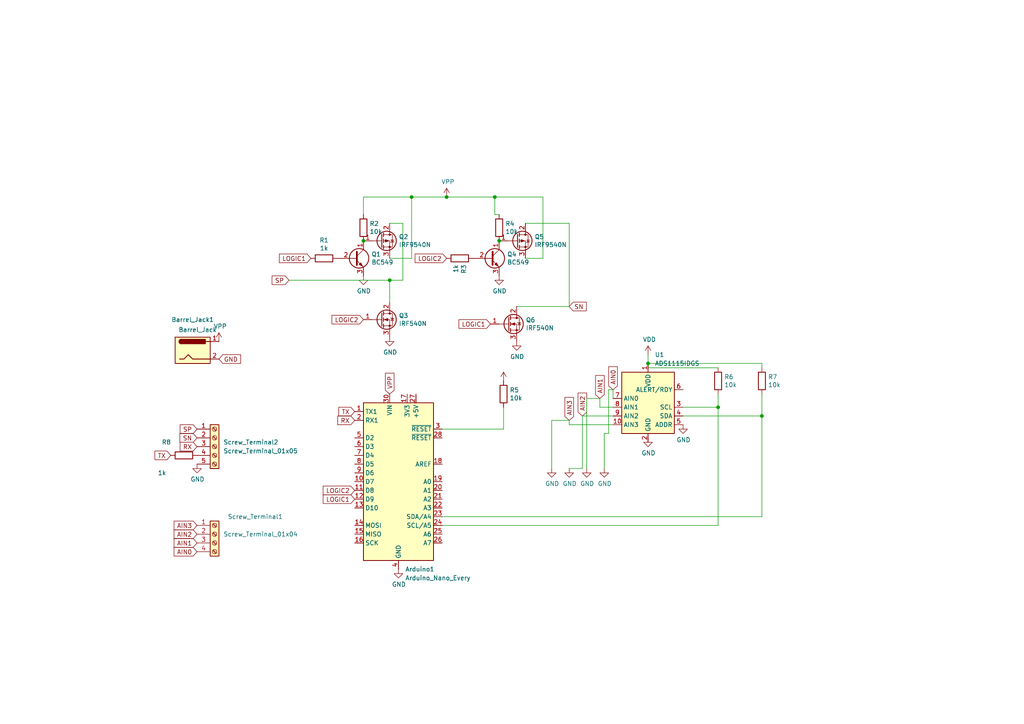
<source format=kicad_sch>
(kicad_sch (version 20230121) (generator eeschema)
  (paper "A4")
  (lib_symbols
    (symbol "ADS1115IDGS_1"
      (property "Reference" "U1" (at 1.9559 15.24 0))
      (property "Value" "ADS1115IDGS" (at 1.9559 12.7 0))
      (symbol "ADS1115IDGS_1_0_1"
        (rectangle (start -7.62 10.16) (end 7.62 -7.62) (stroke (width 0.254)) (fill (type background)))
      )
      (symbol "ADS1115IDGS_1_1_1"
        (pin power_in line (at 0 12.7 270) (length 2.54) (name "VDD") (number "1"))
        (pin input line (at -10.16 -5.08 0) (length 2.54) (name "AIN3") (number "10"))
        (pin power_in line (at 0 -10.16 90) (length 2.54) (name "GND") (number "2"))
        (pin input line (at 10.16 0 180) (length 2.54) (name "SCL") (number "3"))
        (pin bidirectional line (at 10.16 -2.54 180) (length 2.54) (name "SDA") (number "4"))
        (pin input line (at 10.16 -5.08 180) (length 2.54) (name "ADDR") (number "5"))
        (pin output line (at 10.16 5.08 180) (length 2.54) (name "ALERT/RDY") (number "6"))
        (pin input line (at -10.16 2.54 0) (length 2.54) (name "AIN0") (number "7"))
        (pin input line (at -10.16 0 0) (length 2.54) (name "AIN1") (number "8"))
        (pin input line (at -10.16 -2.54 0) (length 2.54) (name "AIN2") (number "9"))
      )
    )
    (symbol "Connector:Barrel_Jack" (pin_names (offset 1.016))
      (property "Reference" "J" (at 0 5.334 0))
      (property "Value" "Barrel_Jack" (at 0 -5.08 0))
      (symbol "Barrel_Jack_0_1"
        (rectangle (start -5.08 3.81) (end 5.08 -3.81) (stroke (width 0.254)) (fill (type background)))
        (arc (start -3.302 3.175) (mid -3.9343 2.54) (end -3.302 1.905) (stroke (width 0.254)))
        (arc (start -3.302 3.175) (mid -3.9343 2.54) (end -3.302 1.905) (stroke (width 0.254)) (fill (type outline)))
        (polyline (pts (xy 5.08 2.54) (xy 3.81 2.54)) (stroke (width 0.254)))
        (polyline (pts (xy -3.81 -2.54) (xy -2.54 -2.54) (xy -1.27 -1.27) (xy 0 -2.54) (xy 2.54 -2.54) (xy 5.08 -2.54)) (stroke (width 0.254)))
        (rectangle (start 3.683 3.175) (end -3.302 1.905) (stroke (width 0.254)) (fill (type outline)))
      )
      (symbol "Barrel_Jack_1_1"
        (pin passive line (at 7.62 2.54 180) (length 2.54) (name "~") (number "1"))
        (pin passive line (at 7.62 -2.54 180) (length 2.54) (name "~") (number "2"))
      )
    )
    (symbol "Connector:Screw_Terminal_01x04" (pin_names (offset 1.016) hide)
      (property "Reference" "J" (at 0 5.08 0))
      (property "Value" "Screw_Terminal_01x04" (at 0 -7.62 0))
      (symbol "Screw_Terminal_01x04_1_1"
        (rectangle (start -1.27 3.81) (end 1.27 -6.35) (stroke (width 0.254)) (fill (type background)))
        (circle (center 0 -5.08) (radius 0.635) (stroke (width 0.1524)))
        (circle (center 0 -2.54) (radius 0.635) (stroke (width 0.1524)))
        (polyline (pts (xy -0.5334 -4.7498) (xy 0.3302 -5.588)) (stroke (width 0.1524)))
        (polyline (pts (xy -0.5334 -2.2098) (xy 0.3302 -3.048)) (stroke (width 0.1524)))
        (polyline (pts (xy -0.5334 0.3302) (xy 0.3302 -0.508)) (stroke (width 0.1524)))
        (polyline (pts (xy -0.5334 2.8702) (xy 0.3302 2.032)) (stroke (width 0.1524)))
        (polyline (pts (xy -0.3556 -4.572) (xy 0.508 -5.4102)) (stroke (width 0.1524)))
        (polyline (pts (xy -0.3556 -2.032) (xy 0.508 -2.8702)) (stroke (width 0.1524)))
        (polyline (pts (xy -0.3556 0.508) (xy 0.508 -0.3302)) (stroke (width 0.1524)))
        (polyline (pts (xy -0.3556 3.048) (xy 0.508 2.2098)) (stroke (width 0.1524)))
        (circle (center 0 0) (radius 0.635) (stroke (width 0.1524)))
        (circle (center 0 2.54) (radius 0.635) (stroke (width 0.1524)))
        (pin passive line (at -5.08 2.54 0) (length 3.81) (name "Pin_1") (number "1"))
        (pin passive line (at -5.08 0 0) (length 3.81) (name "Pin_2") (number "2"))
        (pin passive line (at -5.08 -2.54 0) (length 3.81) (name "Pin_3") (number "3"))
        (pin passive line (at -5.08 -5.08 0) (length 3.81) (name "Pin_4") (number "4"))
      )
    )
    (symbol "Connector:Screw_Terminal_01x05" (pin_names (offset 1.016) hide)
      (property "Reference" "J" (at 0 7.62 0))
      (property "Value" "Screw_Terminal_01x05" (at 0 -7.62 0))
      (symbol "Screw_Terminal_01x05_1_1"
        (rectangle (start -1.27 6.35) (end 1.27 -6.35) (stroke (width 0.254)) (fill (type background)))
        (circle (center 0 -5.08) (radius 0.635) (stroke (width 0.1524)))
        (circle (center 0 -2.54) (radius 0.635) (stroke (width 0.1524)))
        (polyline (pts (xy -0.5334 -4.7498) (xy 0.3302 -5.588)) (stroke (width 0.1524)))
        (polyline (pts (xy -0.5334 -2.2098) (xy 0.3302 -3.048)) (stroke (width 0.1524)))
        (polyline (pts (xy -0.5334 0.3302) (xy 0.3302 -0.508)) (stroke (width 0.1524)))
        (polyline (pts (xy -0.5334 2.8702) (xy 0.3302 2.032)) (stroke (width 0.1524)))
        (polyline (pts (xy -0.5334 5.4102) (xy 0.3302 4.572)) (stroke (width 0.1524)))
        (polyline (pts (xy -0.3556 -4.572) (xy 0.508 -5.4102)) (stroke (width 0.1524)))
        (polyline (pts (xy -0.3556 -2.032) (xy 0.508 -2.8702)) (stroke (width 0.1524)))
        (polyline (pts (xy -0.3556 0.508) (xy 0.508 -0.3302)) (stroke (width 0.1524)))
        (polyline (pts (xy -0.3556 3.048) (xy 0.508 2.2098)) (stroke (width 0.1524)))
        (polyline (pts (xy -0.3556 5.588) (xy 0.508 4.7498)) (stroke (width 0.1524)))
        (circle (center 0 0) (radius 0.635) (stroke (width 0.1524)))
        (circle (center 0 2.54) (radius 0.635) (stroke (width 0.1524)))
        (circle (center 0 5.08) (radius 0.635) (stroke (width 0.1524)))
        (pin passive line (at -5.08 5.08 0) (length 3.81) (name "Pin_1") (number "1"))
        (pin passive line (at -5.08 2.54 0) (length 3.81) (name "Pin_2") (number "2"))
        (pin passive line (at -5.08 0 0) (length 3.81) (name "Pin_3") (number "3"))
        (pin passive line (at -5.08 -2.54 0) (length 3.81) (name "Pin_4") (number "4"))
        (pin passive line (at -5.08 -5.08 0) (length 3.81) (name "Pin_5") (number "5"))
      )
    )
    (symbol "Device:R" (pin_numbers hide) (pin_names (offset 0))
      (property "Reference" "R" (at 2.032 0 90))
      (property "Value" "R" (at 0 0 90))
      (symbol "R_0_1"
        (rectangle (start -1.016 -2.54) (end 1.016 2.54) (stroke (width 0.254)))
      )
      (symbol "R_1_1"
        (pin passive line (at 0 3.81 270) (length 1.27) (name "~") (number "1"))
        (pin passive line (at 0 -3.81 90) (length 1.27) (name "~") (number "2"))
      )
    )
    (symbol "MCU_Module:Arduino_Nano_Every"
      (property "Reference" "A" (at -10.16 23.495 0))
      (property "Value" "Arduino_Nano_Every" (at 5.08 -24.13 0))
      (symbol "Arduino_Nano_Every_0_1"
        (rectangle (start -10.16 22.86) (end 10.16 -22.86) (stroke (width 0.254)) (fill (type background)))
      )
      (symbol "Arduino_Nano_Every_1_1"
        (pin bidirectional line (at -12.7 20.32 0) (length 2.54) (name "TX1") (number "1"))
        (pin bidirectional line (at -12.7 0 0) (length 2.54) (name "D7") (number "10"))
        (pin bidirectional line (at -12.7 -2.54 0) (length 2.54) (name "D8") (number "11"))
        (pin bidirectional line (at -12.7 -5.08 0) (length 2.54) (name "D9") (number "12"))
        (pin bidirectional line (at -12.7 -7.62 0) (length 2.54) (name "D10") (number "13"))
        (pin bidirectional line (at -12.7 -12.7 0) (length 2.54) (name "MOSI") (number "14"))
        (pin bidirectional line (at -12.7 -15.24 0) (length 2.54) (name "MISO") (number "15"))
        (pin bidirectional line (at -12.7 -17.78 0) (length 2.54) (name "SCK") (number "16"))
        (pin power_out line (at 2.54 25.4 270) (length 2.54) (name "3V3") (number "17"))
        (pin input line (at 12.7 5.08 180) (length 2.54) (name "AREF") (number "18"))
        (pin bidirectional line (at 12.7 0 180) (length 2.54) (name "A0") (number "19"))
        (pin bidirectional line (at -12.7 17.78 0) (length 2.54) (name "RX1") (number "2"))
        (pin bidirectional line (at 12.7 -2.54 180) (length 2.54) (name "A1") (number "20"))
        (pin bidirectional line (at 12.7 -5.08 180) (length 2.54) (name "A2") (number "21"))
        (pin bidirectional line (at 12.7 -7.62 180) (length 2.54) (name "A3") (number "22"))
        (pin bidirectional line (at 12.7 -10.16 180) (length 2.54) (name "SDA/A4") (number "23"))
        (pin bidirectional line (at 12.7 -12.7 180) (length 2.54) (name "SCL/A5") (number "24"))
        (pin bidirectional line (at 12.7 -15.24 180) (length 2.54) (name "A6") (number "25"))
        (pin bidirectional line (at 12.7 -17.78 180) (length 2.54) (name "A7") (number "26"))
        (pin power_out line (at 5.08 25.4 270) (length 2.54) (name "+5V") (number "27"))
        (pin input line (at 12.7 12.7 180) (length 2.54) (name "~{RESET}") (number "28"))
        (pin passive line (at 0 -25.4 90) (length 2.54) hide (name "GND") (number "29"))
        (pin input line (at 12.7 15.24 180) (length 2.54) (name "~{RESET}") (number "3"))
        (pin power_in line (at -2.54 25.4 270) (length 2.54) (name "VIN") (number "30"))
        (pin power_in line (at 0 -25.4 90) (length 2.54) (name "GND") (number "4"))
        (pin bidirectional line (at -12.7 12.7 0) (length 2.54) (name "D2") (number "5"))
        (pin bidirectional line (at -12.7 10.16 0) (length 2.54) (name "D3") (number "6"))
        (pin bidirectional line (at -12.7 7.62 0) (length 2.54) (name "D4") (number "7"))
        (pin bidirectional line (at -12.7 5.08 0) (length 2.54) (name "D5") (number "8"))
        (pin bidirectional line (at -12.7 2.54 0) (length 2.54) (name "D6") (number "9"))
      )
    )
    (symbol "Transistor_BJT:BC549" (pin_names (offset 0) hide)
      (property "Reference" "Q" (at 5.08 1.905 0))
      (property "Value" "BC549" (at 5.08 0 0))
      (symbol "BC549_0_1"
        (polyline (pts (xy 0 0) (xy 0.635 0)))
        (polyline (pts (xy 0.635 0.635) (xy 2.54 2.54)))
        (polyline (pts (xy 0.635 -0.635) (xy 2.54 -2.54) (xy 2.54 -2.54)))
        (polyline (pts (xy 0.635 1.905) (xy 0.635 -1.905) (xy 0.635 -1.905)) (stroke (width 0.508)))
        (polyline (pts (xy 1.27 -1.778) (xy 1.778 -1.27) (xy 2.286 -2.286) (xy 1.27 -1.778) (xy 1.27 -1.778)) (fill (type outline)))
        (circle (center 1.27 0) (radius 2.8194) (stroke (width 0.254)))
      )
      (symbol "BC549_1_1"
        (pin passive line (at 2.54 5.08 270) (length 2.54) (name "C") (number "1"))
        (pin input line (at -5.08 0 0) (length 5.08) (name "B") (number "2"))
        (pin passive line (at 2.54 -5.08 90) (length 2.54) (name "E") (number "3"))
      )
    )
    (symbol "Transistor_FET:IRF540N" (pin_names hide)
      (property "Reference" "Q" (at 6.35 1.905 0))
      (property "Value" "IRF540N" (at 6.35 0 0))
      (symbol "IRF540N_0_1"
        (polyline (pts (xy 0.254 0) (xy -2.54 0)))
        (polyline (pts (xy 0.254 1.905) (xy 0.254 -1.905)) (stroke (width 0.254)))
        (polyline (pts (xy 0.762 -1.27) (xy 0.762 -2.286)) (stroke (width 0.254)))
        (polyline (pts (xy 0.762 0.508) (xy 0.762 -0.508)) (stroke (width 0.254)))
        (polyline (pts (xy 0.762 2.286) (xy 0.762 1.27)) (stroke (width 0.254)))
        (polyline (pts (xy 2.54 2.54) (xy 2.54 1.778)))
        (polyline (pts (xy 2.54 -2.54) (xy 2.54 0) (xy 0.762 0)))
        (polyline (pts (xy 0.762 -1.778) (xy 3.302 -1.778) (xy 3.302 1.778) (xy 0.762 1.778)))
        (polyline (pts (xy 1.016 0) (xy 2.032 0.381) (xy 2.032 -0.381) (xy 1.016 0)) (fill (type outline)))
        (polyline (pts (xy 2.794 0.508) (xy 2.921 0.381) (xy 3.683 0.381) (xy 3.81 0.254)))
        (polyline (pts (xy 3.302 0.381) (xy 2.921 -0.254) (xy 3.683 -0.254) (xy 3.302 0.381)))
        (circle (center 1.651 0) (radius 2.794) (stroke (width 0.254)))
        (circle (center 2.54 -1.778) (radius 0.254) (fill (type outline)))
        (circle (center 2.54 1.778) (radius 0.254) (fill (type outline)))
      )
      (symbol "IRF540N_1_1"
        (pin input line (at -5.08 0 0) (length 2.54) (name "G") (number "1"))
        (pin passive line (at 2.54 5.08 270) (length 2.54) (name "D") (number "2"))
        (pin passive line (at 2.54 -5.08 90) (length 2.54) (name "S") (number "3"))
      )
    )
    (symbol "Transistor_FET:IRF9540N" (pin_names hide)
      (property "Reference" "Q" (at 5.08 1.905 0))
      (property "Value" "IRF9540N" (at 5.08 0 0))
      (symbol "IRF9540N_0_1"
        (polyline (pts (xy 0.254 0) (xy -2.54 0)))
        (polyline (pts (xy 0.254 1.905) (xy 0.254 -1.905)) (stroke (width 0.254)))
        (polyline (pts (xy 0.762 -1.27) (xy 0.762 -2.286)) (stroke (width 0.254)))
        (polyline (pts (xy 0.762 0.508) (xy 0.762 -0.508)) (stroke (width 0.254)))
        (polyline (pts (xy 0.762 2.286) (xy 0.762 1.27)) (stroke (width 0.254)))
        (polyline (pts (xy 2.54 2.54) (xy 2.54 1.778)))
        (polyline (pts (xy 2.54 -2.54) (xy 2.54 0) (xy 0.762 0)))
        (polyline (pts (xy 0.762 1.778) (xy 3.302 1.778) (xy 3.302 -1.778) (xy 0.762 -1.778)))
        (polyline (pts (xy 2.286 0) (xy 1.27 0.381) (xy 1.27 -0.381) (xy 2.286 0)) (fill (type outline)))
        (polyline (pts (xy 2.794 -0.508) (xy 2.921 -0.381) (xy 3.683 -0.381) (xy 3.81 -0.254)))
        (polyline (pts (xy 3.302 -0.381) (xy 2.921 0.254) (xy 3.683 0.254) (xy 3.302 -0.381)))
        (circle (center 1.651 0) (radius 2.794) (stroke (width 0.254)))
        (circle (center 2.54 -1.778) (radius 0.254) (fill (type outline)))
        (circle (center 2.54 1.778) (radius 0.254) (fill (type outline)))
      )
      (symbol "IRF9540N_1_1"
        (pin input line (at -5.08 0 0) (length 2.54) (name "G") (number "1"))
        (pin passive line (at 2.54 5.08 270) (length 2.54) (name "D") (number "2"))
        (pin passive line (at 2.54 -5.08 90) (length 2.54) (name "S") (number "3"))
      )
    )
    (symbol "power:GND" (power) (pin_names (offset 0))
      (property "Value" "GND" (at 0 -3.81 0))
      (symbol "GND_0_1"
        (polyline (pts (xy 0 0) (xy 0 -1.27) (xy 1.27 -1.27) (xy 0 -2.54) (xy -1.27 -1.27) (xy 0 -1.27)))
      )
      (symbol "GND_1_1"
        (pin power_in line (at 0 0 270) (length 0) hide (name "GND") (number "1"))
      )
    )
    (symbol "power:VDD" (power) (pin_names (offset 0))
      (property "Value" "VDD" (at 0 3.81 0))
      (symbol "VDD_0_1"
        (polyline (pts (xy -0.762 1.27) (xy 0 2.54)))
        (polyline (pts (xy 0 0) (xy 0 2.54)))
        (polyline (pts (xy 0 2.54) (xy 0.762 1.27)))
      )
      (symbol "VDD_1_1"
        (pin power_in line (at 0 0 90) (length 0) hide (name "VDD") (number "1"))
      )
    )
    (symbol "power:VPP" (power) (pin_names (offset 0))
      (property "Value" "VPP" (at 0 3.81 0))
      (symbol "VPP_0_1"
        (polyline (pts (xy -0.762 1.27) (xy 0 2.54)))
        (polyline (pts (xy 0 0) (xy 0 2.54)))
        (polyline (pts (xy 0 2.54) (xy 0.762 1.27)))
      )
      (symbol "VPP_1_1"
        (pin power_in line (at 0 0 90) (length 0) hide (name "VPP") (number "1"))
      )
    )
  )
  (junction (at 220.98 120.65))
  (junction (at 144.78 69.85))
  (junction (at 119.38 57.15))
  (junction (at 129.54 57.15))
  (junction (at 105.41 69.85))
  (junction (at 143.51 57.15))
  (junction (at 113.03 81.28))
  (junction (at 187.96 105.41))
  (junction (at 208.28 118.11))
  (wire (pts (xy 177.8 118.11) (xy 173.99 118.11)))
  (wire (pts (xy 149.86 88.9) (xy 165.1 88.9)))
  (wire (pts (xy 208.28 106.68) (xy 187.96 106.68)))
  (wire (pts (xy 187.96 102.87) (xy 187.96 105.41)))
  (wire (pts (xy 157.48 74.93) (xy 157.48 57.15)))
  (wire (pts (xy 170.18 115.57) (xy 173.99 115.57)))
  (wire (pts (xy 168.91 120.65) (xy 177.8 120.65)))
  (wire (pts (xy 128.27 124.46) (xy 146.05 124.46)))
  (wire (pts (xy 143.51 57.15) (xy 157.48 57.15)))
  (wire (pts (xy 113.03 64.77) (xy 116.84 64.77)))
  (wire (pts (xy 168.91 120.65) (xy 168.91 135.89)))
  (wire (pts (xy 119.38 74.93) (xy 119.38 57.15)))
  (wire (pts (xy 177.8 113.03) (xy 177.8 115.57)))
  (wire (pts (xy 113.03 74.93) (xy 119.38 74.93)))
  (wire (pts (xy 116.84 81.28) (xy 113.03 81.28)))
  (wire (pts (xy 128.27 149.86) (xy 220.98 149.86)))
  (wire (pts (xy 220.98 120.65) (xy 220.98 114.3)))
  (wire (pts (xy 220.98 120.65) (xy 220.98 149.86)))
  (wire (pts (xy 176.53 113.03) (xy 177.8 113.03)))
  (wire (pts (xy 176.53 125.73) (xy 175.26 125.73)))
  (wire (pts (xy 152.4 74.93) (xy 157.48 74.93)))
  (wire (pts (xy 176.53 125.73) (xy 176.53 113.03)))
  (wire (pts (xy 105.41 57.15) (xy 119.38 57.15)))
  (wire (pts (xy 146.05 118.11) (xy 146.05 124.46)))
  (wire (pts (xy 152.4 64.77) (xy 165.1 64.77)))
  (wire (pts (xy 208.28 118.11) (xy 208.28 114.3)))
  (wire (pts (xy 165.1 123.19) (xy 165.1 121.92)))
  (wire (pts (xy 198.12 118.11) (xy 208.28 118.11)))
  (wire (pts (xy 165.1 64.77) (xy 165.1 88.9)))
  (wire (pts (xy 83.82 81.28) (xy 113.03 81.28)))
  (wire (pts (xy 187.96 105.41) (xy 220.98 105.41)))
  (wire (pts (xy 208.28 118.11) (xy 208.28 152.4)))
  (wire (pts (xy 143.51 57.15) (xy 143.51 62.23)))
  (wire (pts (xy 177.8 123.19) (xy 165.1 123.19)))
  (wire (pts (xy 143.51 62.23) (xy 144.78 62.23)))
  (wire (pts (xy 105.41 57.15) (xy 105.41 62.23)))
  (wire (pts (xy 165.1 135.89) (xy 168.91 135.89)))
  (wire (pts (xy 119.38 57.15) (xy 129.54 57.15)))
  (wire (pts (xy 113.03 81.28) (xy 113.03 87.63)))
  (wire (pts (xy 160.02 135.89) (xy 160.02 121.92)))
  (wire (pts (xy 187.96 106.68) (xy 187.96 105.41)))
  (wire (pts (xy 128.27 152.4) (xy 208.28 152.4)))
  (wire (pts (xy 116.84 64.77) (xy 116.84 81.28)))
  (wire (pts (xy 175.26 125.73) (xy 175.26 135.89)))
  (wire (pts (xy 198.12 120.65) (xy 220.98 120.65)))
  (wire (pts (xy 129.54 57.15) (xy 143.51 57.15)))
  (wire (pts (xy 170.18 135.89) (xy 170.18 115.57)))
  (wire (pts (xy 173.99 118.11) (xy 173.99 115.57)))
  (wire (pts (xy 160.02 121.92) (xy 165.1 121.92)))
  (wire (pts (xy 220.98 106.68) (xy 220.98 105.41)))
  (global_label "SP" (shape input) (at 83.82 81.28 180) (property "Intersheetrefs" "${INTERSHEET_REFS}" (effects hide)))
  (global_label "LOGIC1" (shape input) (at 142.24 93.98 180) (property "Intersheetrefs" "${INTERSHEET_REFS}" (effects hide)))
  (global_label "TX" (shape input) (at 49.53 132.08 180) (property "Intersheetrefs" "${INTERSHEET_REFS}" (effects hide)))
  (global_label "AIN0" (shape input) (at 57.15 160.02 180) (property "Intersheetrefs" "${INTERSHEET_REFS}" (effects hide)))
  (global_label "SN" (shape input) (at 165.1 88.9 0) (property "Intersheetrefs" "${INTERSHEET_REFS}" (effects hide)))
  (global_label "LOGIC2" (shape input) (at 102.87 142.24 180) (property "Intersheetrefs" "${INTERSHEET_REFS}" (effects hide)))
  (global_label "LOGIC2" (shape input) (at 105.41 92.71 180) (property "Intersheetrefs" "${INTERSHEET_REFS}" (effects hide)))
  (global_label "AIN3" (shape input) (at 165.1 121.92 90) (property "Intersheetrefs" "${INTERSHEET_REFS}" (effects hide)))
  (global_label "AIN2" (shape input) (at 168.91 120.65 90) (property "Intersheetrefs" "${INTERSHEET_REFS}" (effects hide)))
  (global_label "AIN3" (shape input) (at 57.15 152.4 180) (property "Intersheetrefs" "${INTERSHEET_REFS}" (effects hide)))
  (global_label "LOGIC1" (shape input) (at 90.17 74.93 180) (property "Intersheetrefs" "${INTERSHEET_REFS}" (effects hide)))
  (global_label "TX" (shape input) (at 102.87 119.38 180) (property "Intersheetrefs" "${INTERSHEET_REFS}" (effects hide)))
  (global_label "GND" (shape input) (at 63.5 104.14 0) (property "Intersheetrefs" "${INTERSHEET_REFS}" (effects hide)))
  (global_label "AIN2" (shape input) (at 57.15 154.94 180) (property "Intersheetrefs" "${INTERSHEET_REFS}" (effects hide)))
  (global_label "SN" (shape input) (at 57.15 127 180) (property "Intersheetrefs" "${INTERSHEET_REFS}" (effects hide)))
  (global_label "RX" (shape input) (at 57.15 129.54 180) (property "Intersheetrefs" "${INTERSHEET_REFS}" (effects hide)))
  (global_label "VPP" (shape input) (at 113.03 114.3 90) (property "Intersheetrefs" "${INTERSHEET_REFS}" (effects hide)))
  (global_label "AIN1" (shape input) (at 57.15 157.48 180) (property "Intersheetrefs" "${INTERSHEET_REFS}" (effects hide)))
  (global_label "LOGIC2" (shape input) (at 129.54 74.93 180) (property "Intersheetrefs" "${INTERSHEET_REFS}" (effects hide)))
  (global_label "AIN0" (shape input) (at 177.8 113.03 90) (property "Intersheetrefs" "${INTERSHEET_REFS}" (effects hide)))
  (global_label "SP" (shape input) (at 57.15 124.46 180) (property "Intersheetrefs" "${INTERSHEET_REFS}" (effects hide)))
  (global_label "RX" (shape input) (at 102.87 121.92 180) (property "Intersheetrefs" "${INTERSHEET_REFS}" (effects hide)))
  (global_label "AIN1" (shape input) (at 173.99 115.57 90) (property "Intersheetrefs" "${INTERSHEET_REFS}" (effects hide)))
  (global_label "LOGIC1" (shape input) (at 102.87 144.78 180) (property "Intersheetrefs" "${INTERSHEET_REFS}" (effects hide)))
  (symbol (lib_id "Transistor_FET:IRF9540N") (at 110.49 69.85 0) (unit 1)
    (property "Reference" "Q2" (at 115.6716 68.6816 0) (effects (justify left)))
    (property "Value" "IRF9540N" (at 115.6716 70.993 0) (effects (justify left)))
    (property "Footprint" "Package_TO_SOT_THT:TO-220-3_Vertical" (effects hide))
    (property "Datasheet" "http://www.irf.com/product-info/datasheets/data/irf9540n.pdf" (effects hide))
  )
  (symbol (lib_id "Transistor_FET:IRF9540N") (at 149.86 69.85 0) (unit 1)
    (property "Reference" "Q5" (at 155.0416 68.6816 0) (effects (justify left)))
    (property "Value" "IRF9540N" (at 155.0416 70.993 0) (effects (justify left)))
    (property "Footprint" "Package_TO_SOT_THT:TO-220-3_Vertical" (effects hide))
    (property "Datasheet" "http://www.irf.com/product-info/datasheets/data/irf9540n.pdf" (effects hide))
  )
  (symbol (lib_id "Transistor_BJT:BC549") (at 102.87 74.93 0) (unit 1)
    (property "Reference" "Q1" (at 107.7214 73.7616 0) (effects (justify left)))
    (property "Value" "BC549" (at 107.7214 76.073 0) (effects (justify left)))
    (property "Footprint" "Package_TO_SOT_THT:TO-92_Inline_Wide" (effects hide))
    (property "Datasheet" "https://www.onsemi.com/pub/Collateral/BC550-D.pdf" (effects hide))
  )
  (symbol (lib_id "Transistor_BJT:BC549") (at 142.24 74.93 0) (unit 1)
    (property "Reference" "Q4" (at 147.0914 73.7616 0) (effects (justify left)))
    (property "Value" "BC549" (at 147.0914 76.073 0) (effects (justify left)))
    (property "Footprint" "Package_TO_SOT_THT:TO-92_Inline_Wide" (effects hide))
    (property "Datasheet" "https://www.onsemi.com/pub/Collateral/BC550-D.pdf" (effects hide))
  )
  (symbol (lib_id "Transistor_FET:IRF540N") (at 110.49 92.71 0) (unit 1)
    (property "Reference" "Q3" (at 115.6716 91.5416 0) (effects (justify left)))
    (property "Value" "IRF540N" (at 115.6716 93.853 0) (effects (justify left)))
    (property "Footprint" "Package_TO_SOT_THT:TO-220-3_Vertical" (effects hide))
    (property "Datasheet" "http://www.irf.com/product-info/datasheets/data/irf540n.pdf" (effects hide))
  )
  (symbol (lib_id "Transistor_FET:IRF540N") (at 147.32 93.98 0) (unit 1)
    (property "Reference" "Q6" (at 152.5016 92.8116 0) (effects (justify left)))
    (property "Value" "IRF540N" (at 152.5016 95.123 0) (effects (justify left)))
    (property "Footprint" "Package_TO_SOT_THT:TO-220-3_Vertical" (effects hide))
    (property "Datasheet" "http://www.irf.com/product-info/datasheets/data/irf540n.pdf" (effects hide))
  )
  (symbol (lib_id "Device:R") (at 105.41 66.04 0) (unit 1)
    (property "Reference" "R2" (at 107.188 64.8716 0) (effects (justify left)))
    (property "Value" "10k" (at 107.188 67.183 0) (effects (justify left)))
    (property "Footprint" "Resistor_SMD:R_0603_1608Metric" (effects hide))
  )
  (symbol (lib_id "Device:R") (at 144.78 66.04 0) (unit 1)
    (property "Reference" "R4" (at 146.558 64.8716 0) (effects (justify left)))
    (property "Value" "10k" (at 146.558 67.183 0) (effects (justify left)))
    (property "Footprint" "Resistor_SMD:R_0603_1608Metric" (effects hide))
  )
  (symbol (lib_id "Device:R") (at 93.98 74.93 270) (unit 1)
    (property "Reference" "R1" (at 93.98 69.6722 90))
    (property "Value" "1k" (at 93.98 71.9836 90))
    (property "Footprint" "Resistor_SMD:R_0603_1608Metric" (effects hide))
  )
  (symbol (lib_id "Device:R") (at 133.35 74.93 270) (unit 1)
    (property "Reference" "R3" (at 134.5184 76.708 0) (effects (justify left)))
    (property "Value" "1k" (at 132.207 76.708 0) (effects (justify left)))
    (property "Footprint" "Resistor_SMD:R_0603_1608Metric" (effects hide))
  )
  (symbol (lib_id "Connector:Barrel_Jack") (at 55.88 101.6 0) (unit 1)
    (property "Reference" "Barrel_Jack1" (at 55.88 92.71 0))
    (property "Value" "Barrel_Jack" (at 57.3278 95.6564 0))
    (property "Footprint" "Connector_BarrelJack:BarrelJack_Horizontal" (effects hide))
  )
  (symbol (lib_id "Device:R") (at 146.05 114.3 0) (unit 1)
    (property "Reference" "R5" (at 147.828 113.1316 0) (effects (justify left)))
    (property "Value" "10k" (at 147.828 115.443 0) (effects (justify left)))
    (property "Footprint" "Resistor_SMD:R_0603_1608Metric" (effects hide))
  )
  (symbol (lib_id "Device:R") (at 208.28 110.49 0) (unit 1)
    (property "Reference" "R6" (at 210.058 109.3216 0) (effects (justify left)))
    (property "Value" "10k" (at 210.058 111.633 0) (effects (justify left)))
    (property "Footprint" "Resistor_SMD:R_0603_1608Metric" (effects hide))
  )
  (symbol (lib_id "Device:R") (at 220.98 110.49 0) (unit 1)
    (property "Reference" "R7" (at 222.758 109.3216 0) (effects (justify left)))
    (property "Value" "10k" (at 222.758 111.633 0) (effects (justify left)))
    (property "Footprint" "Resistor_SMD:R_0603_1608Metric" (effects hide))
  )
  (symbol (lib_id "power:GND") (at 175.26 135.89 0) (unit 1)
    (property "Reference" "#PWR0103" (effects hide))
    (property "Value" "GND" (at 175.387 140.2842 0))
  )
  (symbol (lib_id "power:GND") (at 187.96 127 0) (unit 1)
    (property "Reference" "#PWR0104" (effects hide))
    (property "Value" "GND" (at 188.087 131.3942 0))
  )
  (symbol (lib_id "power:GND") (at 198.12 123.19 0) (unit 1)
    (property "Reference" "#PWR0105" (effects hide))
    (property "Value" "GND" (at 198.247 127.5842 0))
  )
  (symbol (lib_id "power:GND") (at 57.15 134.62 0) (unit 1)
    (property "Reference" "#PWR0109" (effects hide))
    (property "Value" "GND" (at 57.277 139.0142 0))
  )
  (symbol (lib_id "power:GND") (at 105.41 80.01 0) (unit 1)
    (property "Reference" "#PWR0110" (effects hide))
    (property "Value" "GND" (at 105.537 84.4042 0))
  )
  (symbol (lib_id "power:GND") (at 113.03 97.79 0) (unit 1)
    (property "Reference" "#PWR0112" (effects hide))
    (property "Value" "GND" (at 113.157 102.1842 0))
  )
  (symbol (lib_id "power:VDD") (at 187.96 102.87 0) (unit 1)
    (property "Reference" "#PWR0114" (effects hide))
    (property "Value" "VDD" (at 188.341 98.4758 0))
  )
  (symbol (lib_id "power:VDD") (at 146.05 110.49 0) (unit 1)
    (property "Reference" "#PWR0117" (effects hide))
    (property "Value" "VDD" (effects hide))
  )
  (symbol (lib_id "Device:R") (at 53.34 132.08 270) (unit 1)
    (property "Reference" "R8" (at 48.26 128.27 90))
    (property "Value" "1k" (at 46.99 137.16 90))
    (property "Footprint" "Resistor_SMD:R_0603_1608Metric" (effects hide))
  )
  (symbol (lib_id "power:VPP") (at 63.5 99.06 0) (unit 1)
    (property "Reference" "#PWR0119" (effects hide))
    (property "Value" "VPP" (at 63.881 94.6658 0))
  )
  (symbol (lib_id "power:VPP") (at 129.54 57.15 0) (unit 1)
    (property "Reference" "#PWR0120" (effects hide))
    (property "Value" "VPP" (at 129.921 52.7558 0))
  )
  (symbol (lib_id "power:GND") (at 149.86 99.06 0) (unit 1)
    (property "Reference" "#PWR0113" (effects hide))
    (property "Value" "GND" (at 149.987 103.4542 0))
  )
  (symbol (lib_id "power:GND") (at 170.18 135.89 0) (unit 1)
    (property "Reference" "#PWR0121" (effects hide))
    (property "Value" "GND" (at 170.307 140.2842 0))
  )
  (symbol (lib_id "power:GND") (at 165.1 135.89 0) (unit 1)
    (property "Reference" "#PWR0122" (effects hide))
    (property "Value" "GND" (at 165.227 140.2842 0))
  )
  (symbol (lib_id "power:GND") (at 160.02 135.89 0) (unit 1)
    (property "Reference" "#PWR0123" (effects hide))
    (property "Value" "GND" (at 160.147 140.2842 0))
  )
  (symbol (lib_id "power:GND") (at 144.78 80.01 0) (unit 1)
    (property "Reference" "#PWR0111" (effects hide))
    (property "Value" "GND" (at 144.907 84.4042 0))
  )
  (symbol (lib_id "power:GND") (at 115.57 165.1 0) (unit 1)
    (property "Reference" "#PWR01" (effects hide))
    (property "Value" "GND" (at 115.697 169.4942 0))
  )
  (symbol (lib_name "ADS1115IDGS_1") (lib_id "Analog_ADC:ADS1115IDGS") (at 187.96 118.11 0) (unit 1)
    (property "Reference" "U1" (at 189.9159 102.87 0) (effects (justify left)))
    (property "Value" "ADS1115IDGS" (at 189.9159 105.41 0) (effects (justify left)))
    (property "Footprint" "ads1115module:Adafruit_ADS1115" (effects hide))
    (property "Datasheet" "http://www.ti.com/lit/ds/symlink/ads1113.pdf" (effects hide))
  )
  (symbol (lib_id "Connector:Screw_Terminal_01x05") (at 62.23 129.54 0) (unit 1)
    (property "Reference" "Screw_Terminal2" (at 64.77 128.27 0) (effects (justify left)))
    (property "Value" "Screw_Terminal_01x05" (at 64.77 130.81 0) (effects (justify left)))
    (property "Footprint" "TerminalBlock:TerminalBlock_bornier-5_P5.08mm" (effects hide))
  )
  (symbol (lib_id "Connector:Screw_Terminal_01x04") (at 62.23 154.94 0) (unit 1)
    (property "Reference" "Screw_Terminal1" (at 66.04 149.86 0) (effects (justify left)))
    (property "Value" "Screw_Terminal_01x04" (at 64.77 154.94 0) (effects (justify left)))
    (property "Footprint" "TerminalBlock:TerminalBlock_bornier-4_P5.08mm" (effects hide))
  )
  (symbol (lib_id "MCU_Module:Arduino_Nano_Every") (at 115.57 139.7 0) (unit 1)
    (property "Reference" "Arduino1" (at 117.5259 165.1 0) (effects (justify left)))
    (property "Value" "Arduino_Nano_Every" (at 117.5259 167.64 0) (effects (justify left)))
    (property "Footprint" "Module:Arduino_Nano_WithMountingHoles" (effects hide))
    (property "Datasheet" "https://content.arduino.cc/assets/NANOEveryV3.0_sch.pdf" (effects hide))
  )
)
</source>
